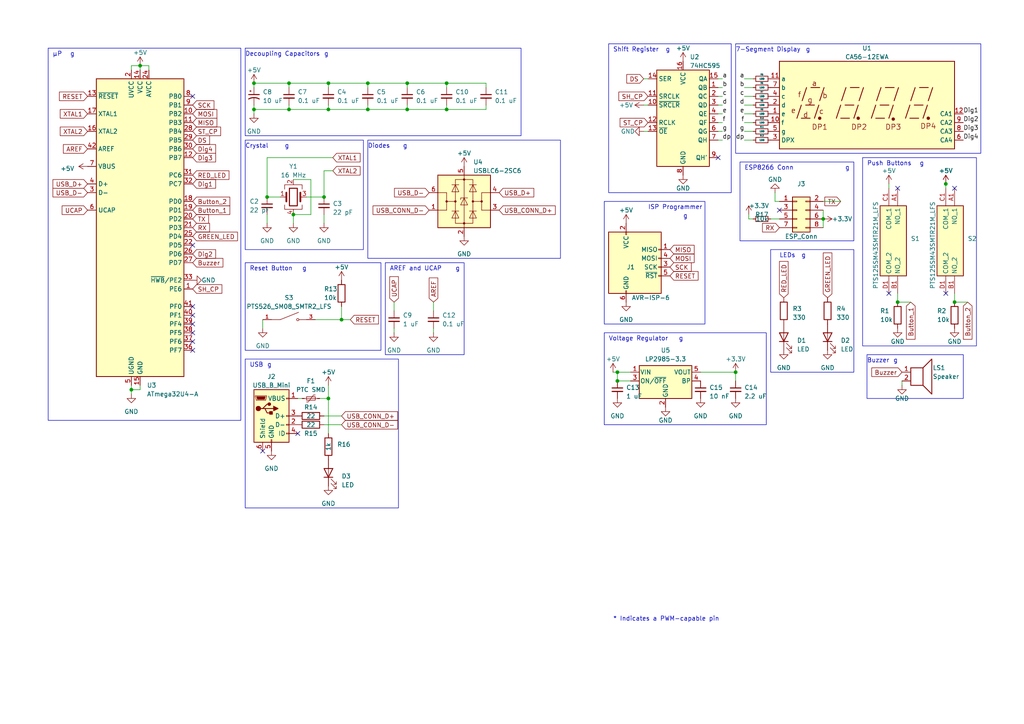
<source format=kicad_sch>
(kicad_sch (version 20230121) (generator eeschema)
  (paper "A4")
  (title_block (title "Kitchen Timer") (date "mar. 31 mars 2015") (rev "1.0"))
  (lib_symbols
    (symbol "+5V_1" (power) (pin_names (offset 0))
      (property "Value" "+5V_1" (at 0 3.556 0))
      (symbol "+5V_1_1_1"
        (pin power_in line (at 0 0 90) (length 0) hide (name "+5V") (number "1"))
      )
    )
    (symbol "74xx:74HC595"
      (property "Reference" "U" (at -7.62 13.97 0))
      (property "Value" "74HC595" (at -7.62 -16.51 0))
      (symbol "74HC595_1_0"
        (pin tri_state line (at 10.16 7.62 180) (length 2.54) (name "QB") (number "1"))
        (pin input line (at -10.16 2.54 0) (length 2.54) (name "~{SRCLR}") (number "10"))
        (pin input line (at -10.16 5.08 0) (length 2.54) (name "SRCLK") (number "11"))
        (pin input line (at -10.16 -2.54 0) (length 2.54) (name "RCLK") (number "12"))
        (pin input line (at -10.16 -5.08 0) (length 2.54) (name "~{OE}") (number "13"))
        (pin input line (at -10.16 10.16 0) (length 2.54) (name "SER") (number "14"))
        (pin tri_state line (at 10.16 10.16 180) (length 2.54) (name "QA") (number "15"))
        (pin power_in line (at 0 15.24 270) (length 2.54) (name "VCC") (number "16"))
        (pin tri_state line (at 10.16 5.08 180) (length 2.54) (name "QC") (number "2"))
        (pin tri_state line (at 10.16 2.54 180) (length 2.54) (name "QD") (number "3"))
        (pin tri_state line (at 10.16 0 180) (length 2.54) (name "QE") (number "4"))
        (pin tri_state line (at 10.16 -2.54 180) (length 2.54) (name "QF") (number "5"))
        (pin tri_state line (at 10.16 -5.08 180) (length 2.54) (name "QG") (number "6"))
        (pin tri_state line (at 10.16 -7.62 180) (length 2.54) (name "QH") (number "7"))
        (pin power_in line (at 0 -17.78 90) (length 2.54) (name "GND") (number "8"))
        (pin output line (at 10.16 -12.7 180) (length 2.54) (name "QH'") (number "9"))
      )
    )
    (symbol "Connector:AVR-ISP-6" (pin_names (offset 1.016))
      (property "Reference" "J" (at -6.35 11.43 0))
      (property "Value" "AVR-ISP-6" (at 0 11.43 0))
      (symbol "AVR-ISP-6_1_1"
        (pin passive line (at 10.16 5.08 180) (length 2.54) (name "MISO") (number "1"))
        (pin passive line (at -2.54 12.7 270) (length 2.54) (name "VCC") (number "2"))
        (pin passive line (at 10.16 0 180) (length 2.54) (name "SCK") (number "3"))
        (pin passive line (at 10.16 2.54 180) (length 2.54) (name "MOSI") (number "4"))
        (pin passive line (at 10.16 -2.54 180) (length 2.54) (name "~{RST}") (number "5"))
        (pin passive line (at -2.54 -10.16 90) (length 2.54) (name "GND") (number "6"))
      )
    )
    (symbol "Connector:USB_B_Mini" (pin_names (offset 1.016))
      (property "Reference" "J" (at -5.08 11.43 0))
      (property "Value" "USB_B_Mini" (at -5.08 8.89 0))
      (symbol "USB_B_Mini_1_1"
        (pin power_out line (at 7.62 5.08 180) (length 2.54) (name "VBUS") (number "1"))
        (pin bidirectional line (at 7.62 -2.54 180) (length 2.54) (name "D-") (number "2"))
        (pin bidirectional line (at 7.62 0 180) (length 2.54) (name "D+") (number "3"))
        (pin passive line (at 7.62 -5.08 180) (length 2.54) (name "ID") (number "4"))
        (pin power_out line (at 0 -10.16 90) (length 2.54) (name "GND") (number "5"))
        (pin passive line (at -2.54 -10.16 90) (length 2.54) (name "Shield") (number "6"))
      )
    )
    (symbol "Connector_Generic:Conn_02x04_Odd_Even" (pin_names (offset 1.016) hide)
      (property "Reference" "J" (at 1.27 5.08 0))
      (property "Value" "Conn_02x04_Odd_Even" (at 1.27 -7.62 0))
      (symbol "Conn_02x04_Odd_Even_1_1"
        (pin passive line (at -5.08 2.54 0) (length 3.81) (name "Pin_1") (number "1"))
        (pin passive line (at 7.62 2.54 180) (length 3.81) (name "Pin_2") (number "2"))
        (pin passive line (at -5.08 0 0) (length 3.81) (name "Pin_3") (number "3"))
        (pin passive line (at 7.62 0 180) (length 3.81) (name "Pin_4") (number "4"))
        (pin passive line (at -5.08 -2.54 0) (length 3.81) (name "Pin_5") (number "5"))
        (pin passive line (at 7.62 -2.54 180) (length 3.81) (name "Pin_6") (number "6"))
        (pin passive line (at -5.08 -5.08 0) (length 3.81) (name "Pin_7") (number "7"))
        (pin passive line (at 7.62 -5.08 180) (length 3.81) (name "Pin_8") (number "8"))
      )
    )
    (symbol "Device:C_Polarized_Small_US" (pin_numbers hide) (pin_names (offset 0.254) hide)
      (property "Reference" "C" (at 0.254 1.778 0))
      (property "Value" "C_Polarized_Small_US" (at 0.254 -2.032 0))
      (symbol "C_Polarized_Small_US_1_1"
        (pin passive line (at 0 2.54 270) (length 2.032) (name "~") (number "1"))
        (pin passive line (at 0 -2.54 90) (length 2.032) (name "~") (number "2"))
      )
    )
    (symbol "Device:C_Small" (pin_numbers hide) (pin_names (offset 0.254) hide)
      (property "Reference" "C" (at 0.254 1.778 0))
      (property "Value" "C_Small" (at 0.254 -2.032 0))
      (symbol "C_Small_1_1"
        (pin passive line (at 0 2.54 270) (length 2.032) (name "~") (number "1"))
        (pin passive line (at 0 -2.54 90) (length 2.032) (name "~") (number "2"))
      )
    )
    (symbol "Device:Crystal_GND24" (pin_names (offset 1.016) hide)
      (property "Reference" "Y" (at 3.175 5.08 0))
      (property "Value" "Crystal_GND24" (at 3.175 3.175 0))
      (symbol "Crystal_GND24_1_1"
        (pin passive line (at -3.81 0 0) (length 1.27) (name "1") (number "1"))
        (pin passive line (at 0 5.08 270) (length 1.27) (name "2") (number "2"))
        (pin passive line (at 3.81 0 180) (length 1.27) (name "3") (number "3"))
        (pin passive line (at 0 -5.08 90) (length 1.27) (name "4") (number "4"))
      )
    )
    (symbol "Device:LED" (pin_numbers hide) (pin_names (offset 1.016) hide)
      (property "Reference" "D" (at 0 2.54 0))
      (property "Value" "LED" (at 0 -2.54 0))
      (symbol "LED_1_1"
        (pin passive line (at -3.81 0 0) (length 2.54) (name "K") (number "1"))
        (pin passive line (at 3.81 0 180) (length 2.54) (name "A") (number "2"))
      )
    )
    (symbol "Device:Polyfuse_Small" (pin_numbers hide) (pin_names (offset 0))
      (property "Reference" "F" (at -1.905 0 90))
      (property "Value" "Polyfuse_Small" (at 1.905 0 90))
      (symbol "Polyfuse_Small_1_1"
        (pin passive line (at 0 2.54 270) (length 0.635) (name "~") (number "1"))
        (pin passive line (at 0 -2.54 90) (length 0.635) (name "~") (number "2"))
      )
    )
    (symbol "Device:R" (pin_numbers hide) (pin_names (offset 0))
      (property "Reference" "R" (at 2.032 0 90))
      (property "Value" "R" (at 0 0 90))
      (symbol "R_1_1"
        (pin passive line (at 0 3.81 270) (length 1.27) (name "~") (number "1"))
        (pin passive line (at 0 -3.81 90) (length 1.27) (name "~") (number "2"))
      )
    )
    (symbol "Device:R_Small" (pin_numbers hide) (pin_names (offset 0.254) hide)
      (property "Reference" "R" (at 0.762 0.508 0))
      (property "Value" "R_Small" (at 0.762 -1.016 0))
      (symbol "R_Small_1_1"
        (pin passive line (at 0 2.54 270) (length 0.762) (name "~") (number "1"))
        (pin passive line (at 0 -2.54 90) (length 0.762) (name "~") (number "2"))
      )
    )
    (symbol "Device:Speaker" (pin_names (offset 0) hide)
      (property "Reference" "LS" (at 1.27 5.715 0))
      (property "Value" "Speaker" (at 1.27 3.81 0))
      (symbol "Speaker_1_1"
        (pin input line (at -5.08 0 0) (length 2.54) (name "1") (number "1"))
        (pin input line (at -5.08 -2.54 0) (length 2.54) (name "2") (number "2"))
      )
    )
    (symbol "Display_Character:CA56-12EWA"
      (property "Reference" "U" (at -24.13 13.97 0))
      (property "Value" "CA56-12EWA" (at 19.05 13.97 0))
      (symbol "CA56-12EWA_0_0"
        (text "a" (at -15.24 6.35 0) (effects (font (size 1.524 1.524))))
        (text "b" (at -12.192 2.794 0) (effects (font (size 1.524 1.524))))
        (text "c" (at -13.208 -1.778 0) (effects (font (size 1.524 1.524))))
        (text "d" (at -17.78 -2.794 0) (effects (font (size 1.524 1.524))))
        (text "DP1" (at -13.716 -6.35 0) (effects (font (size 1.524 1.524))))
        (text "DP2" (at -2.286 -6.35 0) (effects (font (size 1.524 1.524))))
        (text "DP3" (at 7.62 -6.35 0) (effects (font (size 1.524 1.524))))
        (text "DP4" (at 17.78 -6.096 0) (effects (font (size 1.524 1.524))))
        (text "e" (at -21.336 -1.524 0) (effects (font (size 1.524 1.524))))
        (text "f" (at -19.558 3.048 0) (effects (font (size 1.524 1.524))))
        (text "g" (at -16.51 1.524 0) (effects (font (size 1.524 1.524))))
      )
      (symbol "CA56-12EWA_1_1"
        (pin input line (at -27.94 -2.54 0) (length 2.54) (name "e") (number "1"))
        (pin input line (at -27.94 -5.08 0) (length 2.54) (name "f") (number "10"))
        (pin input line (at -27.94 7.62 0) (length 2.54) (name "a") (number "11"))
        (pin input line (at 27.94 -2.54 180) (length 2.54) (name "CA1") (number "12"))
        (pin input line (at -27.94 0 0) (length 2.54) (name "d") (number "2"))
        (pin input line (at -27.94 -10.16 0) (length 2.54) (name "DPX") (number "3"))
        (pin input line (at -27.94 2.54 0) (length 2.54) (name "c") (number "4"))
        (pin input line (at -27.94 -7.62 0) (length 2.54) (name "g") (number "5"))
        (pin input line (at 27.94 -10.16 180) (length 2.54) (name "CA4") (number "6"))
        (pin input line (at -27.94 5.08 0) (length 2.54) (name "b") (number "7"))
        (pin input line (at 27.94 -7.62 180) (length 2.54) (name "CA3") (number "8"))
        (pin input line (at 27.94 -5.08 180) (length 2.54) (name "CA2") (number "9"))
      )
    )
    (symbol "GND_1" (power) (pin_names (offset 0))
      (property "Value" "GND_1" (at 0 -3.81 0))
      (symbol "GND_1_1_1"
        (pin power_in line (at 0 0 270) (length 0) hide (name "GND") (number "1"))
      )
    )
    (symbol "GND_2" (power) (pin_names (offset 0))
      (property "Value" "GND_2" (at 0 -3.81 0))
      (symbol "GND_2_1_1"
        (pin power_in line (at 0 0 270) (length 0) hide (name "GND") (number "1"))
      )
    )
    (symbol "GND_3" (power) (pin_names (offset 0))
      (property "Value" "GND_3" (at 0 -3.81 0))
      (symbol "GND_3_1_1"
        (pin power_in line (at 0 0 270) (length 0) hide (name "GND") (number "1"))
      )
    )
    (symbol "MCU_Microchip_ATmega:ATmega32U4-A"
      (property "Reference" "U" (at -12.7 44.45 0))
      (property "Value" "ATmega32U4-A" (at 2.54 -44.45 0))
      (symbol "ATmega32U4-A_1_1"
        (pin bidirectional line (at 15.24 -17.78 180) (length 2.54) (name "PE6") (number "1"))
        (pin bidirectional line (at 15.24 33.02 180) (length 2.54) (name "PB2") (number "10"))
        (pin bidirectional line (at 15.24 30.48 180) (length 2.54) (name "PB3") (number "11"))
        (pin bidirectional line (at 15.24 20.32 180) (length 2.54) (name "PB7") (number "12"))
        (pin input line (at -15.24 38.1 0) (length 2.54) (name "~{RESET}") (number "13"))
        (pin power_in line (at 0 45.72 270) (length 2.54) (name "VCC") (number "14"))
        (pin power_in line (at 0 -45.72 90) (length 2.54) (name "GND") (number "15"))
        (pin output line (at -15.24 27.94 0) (length 2.54) (name "XTAL2") (number "16"))
        (pin input line (at -15.24 33.02 0) (length 2.54) (name "XTAL1") (number "17"))
        (pin bidirectional line (at 15.24 7.62 180) (length 2.54) (name "PD0") (number "18"))
        (pin bidirectional line (at 15.24 5.08 180) (length 2.54) (name "PD1") (number "19"))
        (pin power_in line (at -2.54 45.72 270) (length 2.54) (name "UVCC") (number "2"))
        (pin bidirectional line (at 15.24 2.54 180) (length 2.54) (name "PD2") (number "20"))
        (pin bidirectional line (at 15.24 0 180) (length 2.54) (name "PD3") (number "21"))
        (pin bidirectional line (at 15.24 -5.08 180) (length 2.54) (name "PD5") (number "22"))
        (pin passive line (at 0 -45.72 90) (length 2.54) hide (name "GND") (number "23"))
        (pin power_in line (at 2.54 45.72 270) (length 2.54) (name "AVCC") (number "24"))
        (pin bidirectional line (at 15.24 -2.54 180) (length 2.54) (name "PD4") (number "25"))
        (pin bidirectional line (at 15.24 -7.62 180) (length 2.54) (name "PD6") (number "26"))
        (pin bidirectional line (at 15.24 -10.16 180) (length 2.54) (name "PD7") (number "27"))
        (pin bidirectional line (at 15.24 27.94 180) (length 2.54) (name "PB4") (number "28"))
        (pin bidirectional line (at 15.24 25.4 180) (length 2.54) (name "PB5") (number "29"))
        (pin bidirectional line (at -15.24 10.16 0) (length 2.54) (name "D-") (number "3"))
        (pin bidirectional line (at 15.24 22.86 180) (length 2.54) (name "PB6") (number "30"))
        (pin bidirectional line (at 15.24 15.24 180) (length 2.54) (name "PC6") (number "31"))
        (pin bidirectional line (at 15.24 12.7 180) (length 2.54) (name "PC7") (number "32"))
        (pin bidirectional line (at 15.24 -15.24 180) (length 2.54) (name "~{HWB}/PE2") (number "33"))
        (pin passive line (at 0 45.72 270) (length 2.54) hide (name "VCC") (number "34"))
        (pin passive line (at 0 -45.72 90) (length 2.54) hide (name "GND") (number "35"))
        (pin bidirectional line (at 15.24 -35.56 180) (length 2.54) (name "PF7") (number "36"))
        (pin bidirectional line (at 15.24 -33.02 180) (length 2.54) (name "PF6") (number "37"))
        (pin bidirectional line (at 15.24 -30.48 180) (length 2.54) (name "PF5") (number "38"))
        (pin bidirectional line (at 15.24 -27.94 180) (length 2.54) (name "PF4") (number "39"))
        (pin bidirectional line (at -15.24 12.7 0) (length 2.54) (name "D+") (number "4"))
        (pin bidirectional line (at 15.24 -25.4 180) (length 2.54) (name "PF1") (number "40"))
        (pin bidirectional line (at 15.24 -22.86 180) (length 2.54) (name "PF0") (number "41"))
        (pin passive line (at -15.24 22.86 0) (length 2.54) (name "AREF") (number "42"))
        (pin passive line (at 0 -45.72 90) (length 2.54) hide (name "GND") (number "43"))
        (pin passive line (at 2.54 45.72 270) (length 2.54) hide (name "AVCC") (number "44"))
        (pin passive line (at -2.54 -45.72 90) (length 2.54) (name "UGND") (number "5"))
        (pin passive line (at -15.24 5.08 0) (length 2.54) (name "UCAP") (number "6"))
        (pin input line (at -15.24 17.78 0) (length 2.54) (name "VBUS") (number "7"))
        (pin bidirectional line (at 15.24 38.1 180) (length 2.54) (name "PB0") (number "8"))
        (pin bidirectional line (at 15.24 35.56 180) (length 2.54) (name "PB1") (number "9"))
      )
    )
    (symbol "PTS125_SMD_Button:PTS125SM43SMTR21M_LFS"
      (property "Reference" "S" (at 26.67 7.62 0))
      (property "Value" "PTS125SM43SMTR21M_LFS" (at 26.67 5.08 0))
      (symbol "PTS125SM43SMTR21M_LFS_1_1"
        (pin passive line (at 0 0 0) (length 5.08) (name "NO_1") (number "A1"))
        (pin passive line (at 30.48 0 180) (length 5.08) (name "NO_2") (number "B1"))
        (pin passive line (at 0 -2.54 0) (length 5.08) (name "COM_1") (number "C1"))
        (pin passive line (at 30.48 -2.54 180) (length 5.08) (name "COM_2") (number "D1"))
      )
    )
    (symbol "PTS526_SMD_Button:PTS526_SM08_SMTR2_LFS" (pin_names (offset 1.016))
      (property "Reference" "S" (at -2.54 2.54 0))
      (property "Value" "PTS526_SM08_SMTR2_LFS" (at -2.54 -2.54 0))
      (symbol "PTS526_SM08_SMTR2_LFS_0_0"
        (pin passive line (at -7.62 0 0) (length 2.54) (name "~") (number "1"))
        (pin passive line (at 7.62 0 180) (length 2.54) (name "~") (number "3"))
      )
    )
    (symbol "Power_Protection:USBLC6-2SC6" (pin_names hide)
      (property "Reference" "U" (at 2.54 8.89 0))
      (property "Value" "USBLC6-2SC6" (at 2.54 -8.89 0))
      (symbol "USBLC6-2SC6_1_1"
        (pin passive line (at -10.16 -2.54 0) (length 2.54) (name "I/O1") (number "1"))
        (pin passive line (at 0 -10.16 90) (length 2.54) (name "GND") (number "2"))
        (pin passive line (at 10.16 -2.54 180) (length 2.54) (name "I/O2") (number "3"))
        (pin passive line (at 10.16 2.54 180) (length 2.54) (name "I/O2") (number "4"))
        (pin passive line (at 0 10.16 270) (length 2.54) (name "VBUS") (number "5"))
        (pin passive line (at -10.16 2.54 0) (length 2.54) (name "I/O1") (number "6"))
      )
    )
    (symbol "Regulator_Linear:LP2985-3.3" (pin_names (offset 0.254))
      (property "Reference" "U" (at -6.35 5.715 0))
      (property "Value" "LP2985-3.3" (at 0 5.715 0))
      (symbol "LP2985-3.3_1_1"
        (pin power_in line (at -10.16 2.54 0) (length 2.54) (name "VIN") (number "1"))
        (pin power_in line (at 0 -7.62 90) (length 2.54) (name "GND") (number "2"))
        (pin input line (at -10.16 0 0) (length 2.54) (name "ON/~{OFF}") (number "3"))
        (pin input line (at 10.16 0 180) (length 2.54) (name "BP") (number "4"))
        (pin power_out line (at 10.16 2.54 180) (length 2.54) (name "VOUT") (number "5"))
      )
    )
    (symbol "power:+3.3V" (power) (pin_names (offset 0))
      (property "Value" "+3.3V" (at 0 3.556 0))
      (symbol "+3.3V_1_1"
        (pin power_in line (at 0 0 90) (length 0) hide (name "+3.3V") (number "1"))
      )
    )
    (symbol "power:+5V" (power) (pin_names (offset 0))
      (property "Value" "+5V" (at 0 3.556 0))
      (symbol "+5V_1_1"
        (pin power_in line (at 0 0 90) (length 0) hide (name "+5V") (number "1"))
      )
    )
    (symbol "power:GND" (power) (pin_names (offset 0))
      (property "Value" "GND" (at 0 -3.81 0))
      (symbol "GND_1_1"
        (pin power_in line (at 0 0 270) (length 0) hide (name "GND") (number "1"))
      )
    )
  )
  (junction (at 83.82 31.75))
  (junction (at 40.64 19.05))
  (junction (at 106.68 31.75))
  (junction (at 99.06 92.71))
  (junction (at 93.98 57.15))
  (junction (at 179.07 107.95))
  (junction (at 95.25 115.57))
  (junction (at 85.09 62.23))
  (junction (at 179.07 110.49))
  (junction (at 129.54 24.13))
  (junction (at 106.68 24.13))
  (junction (at 95.25 24.13))
  (junction (at 38.1 113.03))
  (junction (at 83.82 24.13))
  (junction (at 73.66 24.13))
  (junction (at 274.32 53.34))
  (junction (at 118.11 24.13))
  (junction (at 118.11 31.75))
  (junction (at 73.66 31.75))
  (junction (at 238.76 63.5))
  (junction (at 129.54 31.75))
  (junction (at 213.36 107.95))
  (junction (at 276.86 87.63))
  (junction (at 77.47 57.15))
  (junction (at 260.35 87.63))
  (junction (at 95.25 31.75))
  (no_connect (at 208.28 45.72))
  (no_connect (at 55.88 71.12))
  (no_connect (at 226.06 60.96))
  (no_connect (at 55.88 27.94))
  (no_connect (at 276.86 54.61))
  (no_connect (at 274.32 85.09))
  (no_connect (at 55.88 96.52))
  (no_connect (at 260.35 54.61))
  (no_connect (at 55.88 99.06))
  (no_connect (at 257.81 85.09))
  (no_connect (at 55.88 101.6))
  (no_connect (at 55.88 91.44))
  (no_connect (at 55.88 93.98))
  (no_connect (at 76.2 130.81))
  (no_connect (at 55.88 88.9))
  (no_connect (at 86.36 125.73))
  (wire (pts (xy 38.1 19.05) (xy 38.1 20.32)))
  (wire (pts (xy 93.98 62.23) (xy 93.98 64.77)))
  (wire (pts (xy 179.07 110.49) (xy 182.88 110.49)))
  (wire (pts (xy 208.28 30.48) (xy 209.55 30.48)))
  (wire (pts (xy 38.1 113.03) (xy 38.1 114.3)))
  (wire (pts (xy 276.86 87.63) (xy 280.67 87.63)))
  (wire (pts (xy 215.9 22.86) (xy 218.44 22.86)))
  (wire (pts (xy 118.11 31.75) (xy 129.54 31.75)))
  (wire (pts (xy 257.81 53.34) (xy 257.81 54.61)))
  (wire (pts (xy 215.9 40.64) (xy 218.44 40.64)))
  (wire (pts (xy 215.9 35.56) (xy 218.44 35.56)))
  (wire (pts (xy 73.66 31.75) (xy 73.66 33.02)))
  (wire (pts (xy 106.68 24.13) (xy 106.68 25.4)))
  (wire (pts (xy 95.25 115.57) (xy 92.71 115.57)))
  (wire (pts (xy 73.66 24.13) (xy 83.82 24.13)))
  (wire (pts (xy 38.1 19.05) (xy 40.64 19.05)))
  (wire (pts (xy 238.76 63.5) (xy 238.76 66.04)))
  (wire (pts (xy 96.52 49.53) (xy 93.98 49.53)))
  (wire (pts (xy 38.1 111.76) (xy 38.1 113.03)))
  (wire (pts (xy 76.2 92.71) (xy 76.2 95.25)))
  (wire (pts (xy 93.98 49.53) (xy 93.98 57.15)))
  (wire (pts (xy 186.69 30.48) (xy 187.96 30.48)))
  (wire (pts (xy 87.63 115.57) (xy 86.36 115.57)))
  (wire (pts (xy 208.28 33.02) (xy 209.55 33.02)))
  (wire (pts (xy 106.68 24.13) (xy 118.11 24.13)))
  (wire (pts (xy 129.54 24.13) (xy 129.54 25.4)))
  (wire (pts (xy 99.06 120.65) (xy 93.98 120.65)))
  (wire (pts (xy 83.82 24.13) (xy 83.82 25.4)))
  (wire (pts (xy 40.64 111.76) (xy 40.64 113.03)))
  (wire (pts (xy 43.18 19.05) (xy 40.64 19.05)))
  (wire (pts (xy 186.69 38.1) (xy 187.96 38.1)))
  (wire (pts (xy 73.66 31.75) (xy 83.82 31.75)))
  (wire (pts (xy 40.64 113.03) (xy 38.1 113.03)))
  (wire (pts (xy 208.28 40.64) (xy 209.55 40.64)))
  (wire (pts (xy 224.79 55.88) (xy 224.79 58.42)))
  (wire (pts (xy 274.32 53.34) (xy 274.32 54.61)))
  (wire (pts (xy 99.06 88.9) (xy 99.06 92.71)))
  (wire (pts (xy 114.3 87.63) (xy 114.3 90.17)))
  (wire (pts (xy 129.54 31.75) (xy 140.97 31.75)))
  (wire (pts (xy 95.25 31.75) (xy 106.68 31.75)))
  (wire (pts (xy 83.82 24.13) (xy 95.25 24.13)))
  (wire (pts (xy 118.11 30.48) (xy 118.11 31.75)))
  (wire (pts (xy 261.62 111.76) (xy 261.62 110.49)))
  (wire (pts (xy 179.07 107.95) (xy 182.88 107.95)))
  (wire (pts (xy 95.25 111.76) (xy 95.25 115.57)))
  (wire (pts (xy 208.28 22.86) (xy 209.55 22.86)))
  (wire (pts (xy 96.52 45.72) (xy 77.47 45.72)))
  (wire (pts (xy 95.25 31.75) (xy 83.82 31.75)))
  (wire (pts (xy 99.06 92.71) (xy 101.6 92.71)))
  (wire (pts (xy 95.25 24.13) (xy 106.68 24.13)))
  (wire (pts (xy 215.9 30.48) (xy 218.44 30.48)))
  (wire (pts (xy 208.28 25.4) (xy 209.55 25.4)))
  (wire (pts (xy 106.68 30.48) (xy 106.68 31.75)))
  (wire (pts (xy 243.84 58.42) (xy 238.76 58.42)))
  (wire (pts (xy 186.69 22.86) (xy 187.96 22.86)))
  (wire (pts (xy 215.9 38.1) (xy 218.44 38.1)))
  (wire (pts (xy 85.09 62.23) (xy 90.17 62.23)))
  (wire (pts (xy 203.2 107.95) (xy 213.36 107.95)))
  (wire (pts (xy 95.25 24.13) (xy 95.25 25.4)))
  (wire (pts (xy 90.17 52.07) (xy 90.17 62.23)))
  (wire (pts (xy 85.09 62.23) (xy 85.09 64.77)))
  (wire (pts (xy 43.18 19.05) (xy 43.18 20.32)))
  (wire (pts (xy 91.44 92.71) (xy 99.06 92.71)))
  (wire (pts (xy 95.25 30.48) (xy 95.25 31.75)))
  (wire (pts (xy 40.64 19.05) (xy 40.64 20.32)))
  (wire (pts (xy 140.97 24.13) (xy 140.97 25.4)))
  (wire (pts (xy 260.35 87.63) (xy 260.35 85.09)))
  (wire (pts (xy 208.28 27.94) (xy 209.55 27.94)))
  (wire (pts (xy 218.44 63.5) (xy 217.17 63.5)))
  (wire (pts (xy 77.47 45.72) (xy 77.47 57.15)))
  (wire (pts (xy 88.9 57.15) (xy 93.98 57.15)))
  (wire (pts (xy 118.11 24.13) (xy 129.54 24.13)))
  (wire (pts (xy 264.16 87.63) (xy 260.35 87.63)))
  (wire (pts (xy 118.11 24.13) (xy 118.11 25.4)))
  (wire (pts (xy 129.54 24.13) (xy 140.97 24.13)))
  (wire (pts (xy 95.25 125.73) (xy 95.25 115.57)))
  (wire (pts (xy 125.73 95.25) (xy 125.73 96.52)))
  (wire (pts (xy 215.9 25.4) (xy 218.44 25.4)))
  (wire (pts (xy 129.54 30.48) (xy 129.54 31.75)))
  (wire (pts (xy 179.07 107.95) (xy 179.07 110.49)))
  (wire (pts (xy 83.82 30.48) (xy 83.82 31.75)))
  (wire (pts (xy 215.9 27.94) (xy 218.44 27.94)))
  (wire (pts (xy 213.36 107.95) (xy 213.36 110.49)))
  (wire (pts (xy 77.47 57.15) (xy 81.28 57.15)))
  (wire (pts (xy 125.73 87.63) (xy 125.73 90.17)))
  (wire (pts (xy 99.06 123.19) (xy 93.98 123.19)))
  (wire (pts (xy 238.76 60.96) (xy 238.76 63.5)))
  (wire (pts (xy 224.79 58.42) (xy 226.06 58.42)))
  (wire (pts (xy 140.97 31.75) (xy 140.97 30.48)))
  (wire (pts (xy 276.86 85.09) (xy 276.86 87.63)))
  (wire (pts (xy 73.66 30.48) (xy 73.66 31.75)))
  (wire (pts (xy 208.28 35.56) (xy 209.55 35.56)))
  (wire (pts (xy 177.8 107.95) (xy 179.07 107.95)))
  (wire (pts (xy 217.17 63.5) (xy 217.17 62.23)))
  (wire (pts (xy 85.09 52.07) (xy 90.17 52.07)))
  (wire (pts (xy 114.3 95.25) (xy 114.3 96.52)))
  (wire (pts (xy 223.52 63.5) (xy 226.06 63.5)))
  (wire (pts (xy 215.9 33.02) (xy 218.44 33.02)))
  (wire (pts (xy 77.47 62.23) (xy 77.47 64.77)))
  (wire (pts (xy 73.66 24.13) (xy 73.66 25.4)))
  (wire (pts (xy 106.68 31.75) (xy 118.11 31.75)))
  (wire (pts (xy 208.28 38.1) (xy 209.55 38.1)))
  (rectangle (start 251.46 102.87) (end 279.4 115.57))
  (rectangle (start 71.12 40.64) (end 105.41 72.39))
  (rectangle (start 213.36 12.7) (end 284.48 44.45))
  (rectangle (start 71.12 13.97) (end 151.13 39.37))
  (rectangle (start 71.12 76.2) (end 110.49 101.6))
  (rectangle (start 214.63 46.99) (end 247.65 69.85))
  (rectangle (start 223.52 72.39) (end 247.65 107.95))
  (rectangle (start 250.19 45.72) (end 283.21 100.33))
  (rectangle (start 175.26 58.42) (end 204.47 93.98))
  (rectangle (start 106.68 40.64) (end 162.56 74.93))
  (rectangle (start 71.12 104.14) (end 115.57 147.32))
  (rectangle (start 111.76 76.2) (end 134.62 102.87))
  (rectangle (start 175.26 96.52) (end 222.25 123.19))
  (rectangle (start 176.53 12.7) (end 212.09 55.88))
  (rectangle (start 13.97 13.97) (end 69.85 121.92))
  (text "ISP Programmer" (at 187.96 60.96 0) (effects (font (size 1.27 1.27)) (justify left bottom)))
  (text "g" (at 245.11 49.53 0) (effects (font (size 1.27 1.27)) (justify left bottom)))
  (text "g\n" (at 132.08 78.74 0) (effects (font (size 1.27 1.27)) (justify left bottom)))
  (text "Voltage Regulator" (at 176.53 99.06 0) (effects (font (size 1.27 1.27)) (justify left bottom)))
  (text "USB" (at 72.39 106.68 0) (effects (font (size 1.27 1.27)) (justify left bottom)))
  (text "g" (at 93.98 16.51 0) (effects (font (size 1.27 1.27)) (justify left bottom)))
  (text "g" (at 20.32 16.51 0) (effects (font (size 1.27 1.27)) (justify left bottom)))
  (text "Diodes" (at 106.68 43.18 0) (effects (font (size 1.27 1.27)) (justify left bottom)))
  (text "g" (at 116.84 43.18 0) (effects (font (size 1.27 1.27)) (justify left bottom)))
  (text "AREF and UCAP" (at 113.03 78.74 0) (effects (font (size 1.27 1.27)) (justify left bottom)))
  (text "g" (at 259.08 105.41 0) (effects (font (size 1.27 1.27)) (justify left bottom)))
  (text "g" (at 232.41 74.93 0) (effects (font (size 1.27 1.27)) (justify left bottom)))
  (text "g" (at 193.04 15.24 0) (effects (font (size 1.27 1.27)) (justify left bottom)))
  (text "g" (at 82.55 43.18 0) (effects (font (size 1.27 1.27)) (justify left bottom)))
  (text "µP" (at 15.24 16.51 0) (effects (font (size 1.27 1.27)) (justify left bottom)))
  (text "LEDs" (at 226.06 74.93 0) (effects (font (size 1.27 1.27)) (justify left bottom)))
  (text "Push Buttons" (at 251.46 48.26 0) (effects (font (size 1.27 1.27)) (justify left bottom)))
  (text "g" (at 77.47 106.68 0) (effects (font (size 1.27 1.27)) (justify left bottom)))
  (text "g" (at 196.85 99.06 0) (effects (font (size 1.27 1.27)) (justify left bottom)))
  (text "Reset Button" (at 72.39 78.74 0) (effects (font (size 1.27 1.27)) (justify left bottom)))
  (text "Decoupling Capacitors" (at 71.12 16.51 0) (effects (font (size 1.27 1.27)) (justify left bottom)))
  (text "g" (at 266.7 48.26 0) (effects (font (size 1.27 1.27)) (justify left bottom)))
  (text "Shift Register" (at 177.8 15.24 0) (effects (font (size 1.27 1.27)) (justify left bottom)))
  (text "* Indicates a PWM-capable pin" (at 177.8 180.34 0) (effects (font (size 1.27 1.27)) (justify left bottom)))
  (text "g" (at 87.63 78.74 0) (effects (font (size 1.27 1.27)) (justify left bottom)))
  (text "Crystal" (at 71.12 43.18 0) (effects (font (size 1.27 1.27)) (justify left bottom)))
  (text "ESP8266 Conn" (at 215.9 49.53 0) (effects (font (size 1.27 1.27)) (justify left bottom)))
  (text "g" (at 198.12 63.5 0) (effects (font (size 1.27 1.27)) (justify left bottom)))
  (text "g" (at 233.68 15.24 0) (effects (font (size 1.27 1.27)) (justify left bottom)))
  (text "7-Segment Display" (at 213.36 15.24 0) (effects (font (size 1.27 1.27)) (justify left bottom)))
  (text "Buzzer" (at 251.46 105.41 0) (effects (font (size 1.27 1.27)) (justify left bottom)))
  (label "dp" (at 209.55 40.64 0))
  (label "f" (at 215.9 35.56 180))
  (label "Dig4" (at 279.4 40.64 0))
  (label "f" (at 209.55 35.56 0))
  (label "d" (at 215.9 30.48 180))
  (label "e" (at 215.9 33.02 180))
  (label "c" (at 215.9 27.94 180))
  (label "g" (at 209.55 38.1 0))
  (label "e" (at 209.55 33.02 0))
  (label "Dig3" (at 279.4 38.1 0))
  (label "Dig2" (at 279.4 35.56 0))
  (label "b" (at 215.9 25.4 180))
  (label "c" (at 209.55 27.94 0))
  (label "d" (at 209.55 30.48 0))
  (label "a" (at 215.9 22.86 180))
  (label "dp" (at 215.9 40.64 180))
  (label "g" (at 215.9 38.1 180))
  (label "b" (at 209.55 25.4 0))
  (label "a" (at 209.55 22.86 0))
  (label "Dig1" (at 279.4 33.02 0))
  (global_label "SH_CP" (shape input) (at 55.88 83.82 0) (property "Intersheetrefs" "${INTERSHEET_REFS}" (effects hide)))
  (global_label "DS" (shape input) (at 55.88 40.64 0) (property "Intersheetrefs" "${INTERSHEET_REFS}" (effects hide)))
  (global_label "GREEN_LED" (shape input) (at 240.03 86.36 90) (property "Intersheetrefs" "${INTERSHEET_REFS}" (effects hide)))
  (global_label "RED_LED" (shape input) (at 227.33 86.36 90) (property "Intersheetrefs" "${INTERSHEET_REFS}" (effects hide)))
  (global_label "RESET" (shape input) (at 101.6 92.71 0) (property "Intersheetrefs" "${INTERSHEET_REFS}" (effects hide)))
  (global_label "AREF" (shape input) (at 125.73 87.63 90) (property "Intersheetrefs" "${INTERSHEET_REFS}" (effects hide)))
  (global_label "TX" (shape input) (at 55.88 63.5 0) (property "Intersheetrefs" "${INTERSHEET_REFS}" (effects hide)))
  (global_label "Button_1" (shape input) (at 264.16 87.63 270) (property "Intersheetrefs" "${INTERSHEET_REFS}" (effects hide)))
  (global_label "USB_D+" (shape input) (at 144.78 55.88 0) (property "Intersheetrefs" "${INTERSHEET_REFS}" (effects hide)))
  (global_label "USB_CONN_D+" (shape input) (at 99.06 120.65 0) (property "Intersheetrefs" "${INTERSHEET_REFS}" (effects hide)))
  (global_label "ST_CP" (shape input) (at 187.96 35.56 180) (property "Intersheetrefs" "${INTERSHEET_REFS}" (effects hide)))
  (global_label "ST_CP" (shape input) (at 55.88 38.1 0) (property "Intersheetrefs" "${INTERSHEET_REFS}" (effects hide)))
  (global_label "Button_1" (shape input) (at 55.88 60.96 0) (property "Intersheetrefs" "${INTERSHEET_REFS}" (effects hide)))
  (global_label "AREF" (shape input) (at 25.4 43.18 180) (property "Intersheetrefs" "${INTERSHEET_REFS}" (effects hide)))
  (global_label "USB_D-" (shape input) (at 124.46 55.88 180) (property "Intersheetrefs" "${INTERSHEET_REFS}" (effects hide)))
  (global_label "MOSI" (shape input) (at 55.88 33.02 0) (property "Intersheetrefs" "${INTERSHEET_REFS}" (effects hide)))
  (global_label "UCAP" (shape input) (at 25.4 60.96 180) (property "Intersheetrefs" "${INTERSHEET_REFS}" (effects hide)))
  (global_label "Button_2" (shape input) (at 55.88 58.42 0) (property "Intersheetrefs" "${INTERSHEET_REFS}" (effects hide)))
  (global_label "USB_D+" (shape input) (at 25.4 53.34 180) (property "Intersheetrefs" "${INTERSHEET_REFS}" (effects hide)))
  (global_label "Dig3" (shape input) (at 55.88 45.72 0) (property "Intersheetrefs" "${INTERSHEET_REFS}" (effects hide)))
  (global_label "GREEN_LED" (shape input) (at 55.88 68.58 0) (property "Intersheetrefs" "${INTERSHEET_REFS}" (effects hide)))
  (global_label "XTAL2" (shape input) (at 96.52 49.53 0) (property "Intersheetrefs" "${INTERSHEET_REFS}" (effects hide)))
  (global_label "SCK" (shape input) (at 194.31 77.47 0) (property "Intersheetrefs" "${INTERSHEET_REFS}" (effects hide)))
  (global_label "SCK" (shape input) (at 55.88 30.48 0) (property "Intersheetrefs" "${INTERSHEET_REFS}" (effects hide)))
  (global_label "USB_CONN_D-" (shape input) (at 124.46 60.96 180) (property "Intersheetrefs" "${INTERSHEET_REFS}" (effects hide)))
  (global_label "TX" (shape input) (at 243.84 58.42 180) (property "Intersheetrefs" "${INTERSHEET_REFS}" (effects hide)))
  (global_label "RESET" (shape input) (at 194.31 80.01 0) (property "Intersheetrefs" "${INTERSHEET_REFS}" (effects hide)))
  (global_label "XTAL2" (shape input) (at 25.4 38.1 180) (property "Intersheetrefs" "${INTERSHEET_REFS}" (effects hide)))
  (global_label "MISO" (shape input) (at 194.31 72.39 0) (property "Intersheetrefs" "${INTERSHEET_REFS}" (effects hide)))
  (global_label "RESET" (shape input) (at 25.4 27.94 180) (property "Intersheetrefs" "${INTERSHEET_REFS}" (effects hide)))
  (global_label "XTAL1" (shape input) (at 96.52 45.72 0) (property "Intersheetrefs" "${INTERSHEET_REFS}" (effects hide)))
  (global_label "XTAL1" (shape input) (at 25.4 33.02 180) (property "Intersheetrefs" "${INTERSHEET_REFS}" (effects hide)))
  (global_label "MISO" (shape input) (at 55.88 35.56 0) (property "Intersheetrefs" "${INTERSHEET_REFS}" (effects hide)))
  (global_label "USB_CONN_D-" (shape input) (at 99.06 123.19 0) (property "Intersheetrefs" "${INTERSHEET_REFS}" (effects hide)))
  (global_label "RX" (shape input) (at 55.88 66.04 0) (property "Intersheetrefs" "${INTERSHEET_REFS}" (effects hide)))
  (global_label "DS" (shape input) (at 186.69 22.86 180) (property "Intersheetrefs" "${INTERSHEET_REFS}" (effects hide)))
  (global_label "Dig1" (shape input) (at 55.88 53.34 0) (property "Intersheetrefs" "${INTERSHEET_REFS}" (effects hide)))
  (global_label "SH_CP" (shape input) (at 187.96 27.94 180) (property "Intersheetrefs" "${INTERSHEET_REFS}" (effects hide)))
  (global_label "USB_CONN_D+" (shape input) (at 144.78 60.96 0) (property "Intersheetrefs" "${INTERSHEET_REFS}" (effects hide)))
  (global_label "Buzzer" (shape input) (at 55.88 76.2 0) (property "Intersheetrefs" "${INTERSHEET_REFS}" (effects hide)))
  (global_label "RX" (shape input) (at 226.06 66.04 180) (property "Intersheetrefs" "${INTERSHEET_REFS}" (effects hide)))
  (global_label "UCAP" (shape input) (at 114.3 87.63 90) (property "Intersheetrefs" "${INTERSHEET_REFS}" (effects hide)))
  (global_label "Button_2" (shape input) (at 280.67 87.63 270) (property "Intersheetrefs" "${INTERSHEET_REFS}" (effects hide)))
  (global_label "MOSI" (shape input) (at 194.31 74.93 0) (property "Intersheetrefs" "${INTERSHEET_REFS}" (effects hide)))
  (global_label "RED_LED" (shape input) (at 55.88 50.8 0) (property "Intersheetrefs" "${INTERSHEET_REFS}" (effects hide)))
  (global_label "Dig2" (shape input) (at 55.88 73.66 0) (property "Intersheetrefs" "${INTERSHEET_REFS}" (effects hide)))
  (global_label "Dig4" (shape input) (at 55.88 43.18 0) (property "Intersheetrefs" "${INTERSHEET_REFS}" (effects hide)))
  (global_label "Buzzer" (shape input) (at 261.62 107.95 180) (property "Intersheetrefs" "${INTERSHEET_REFS}" (effects hide)))
  (global_label "USB_D-" (shape input) (at 25.4 55.88 180) (property "Intersheetrefs" "${INTERSHEET_REFS}" (effects hide)))
  (symbol (lib_id "Device:C_Small") (at 83.82 27.94 0) (unit 1)
    (property "Reference" "C7" (at 86.36 26.67 0) (effects (justify left)))
    (property "Value" "0.1 uF" (at 86.36 29.21 0) (effects (justify left)))
    (property "Footprint" "Capacitor_SMD:C_0603_1608Metric" (effects hide))
  )
  (symbol (lib_id "Device:R_Small") (at 220.98 40.64 90) (unit 1)
    (property "Reference" "R12" (at 220.98 39.37 90) (effects (font (size 0.4 0.4))))
    (property "Value" "100" (at 220.98 40.64 90) (effects (font (size 0.5 0.5))))
    (property "Footprint" "Resistor_SMD:R_0805_2012Metric" (effects hide))
  )
  (symbol (lib_name "GND_2") (lib_id "power:GND") (at 198.12 50.8 0) (unit 1)
    (property "Reference" "#PWR013" (effects hide))
    (property "Value" "GND" (at 198.12 54.61 0))
  )
  (symbol (lib_id "Device:C_Polarized_Small_US") (at 73.66 27.94 0) (unit 1)
    (property "Reference" "C8" (at 76.2 26.67 0) (effects (justify left)))
    (property "Value" "10 uF" (at 76.2 29.21 0) (effects (justify left)))
    (property "Footprint" "Capacitor_SMD:C_0805_2012Metric" (effects hide))
  )
  (symbol (lib_id "Connector:USB_B_Mini") (at 78.74 120.65 0) (unit 1)
    (property "Reference" "J2" (at 78.74 109.22 0))
    (property "Value" "USB_B_Mini" (at 78.74 111.76 0))
    (property "Footprint" "Connector_USB:USB_Mini-B_Lumberg_2486_01_Horizontal" (effects hide))
  )
  (symbol (lib_id "power:+5V") (at 95.25 111.76 0) (unit 1)
    (property "Reference" "#PWR025" (effects hide))
    (property "Value" "+5V" (at 95.25 107.95 0))
  )
  (symbol (lib_id "Connector_Generic:Conn_02x04_Odd_Even") (at 231.14 60.96 0) (unit 1)
    (property "Reference" "J3" (at 232.41 53.34 0))
    (property "Value" "ESP_Conn" (at 232.41 68.58 0))
    (property "Footprint" "Connector_PinSocket_2.54mm:PinSocket_2x04_P2.54mm_Vertical" (effects hide))
  )
  (symbol (lib_id "Device:Polyfuse_Small") (at 90.17 115.57 90) (unit 1)
    (property "Reference" "F1" (at 90.17 110.49 90))
    (property "Value" "PTC SMD" (at 90.17 113.03 90))
    (property "Footprint" "Fuse:Fuse_1812_4532Metric" (effects hide))
  )
  (symbol (lib_name "GND_1") (lib_id "power:GND") (at 276.86 95.25 0) (unit 1)
    (property "Reference" "#PWR011" (effects hide))
    (property "Value" "GND" (at 276.86 99.06 0))
  )
  (symbol (lib_id "power:GND") (at 213.36 115.57 0) (unit 1)
    (property "Reference" "#PWR039" (effects hide))
    (property "Value" "GND" (at 213.36 120.65 0))
  )
  (symbol (lib_id "Device:R") (at 276.86 91.44 0) (unit 1)
    (property "Reference" "R2" (at 271.78 90.17 0) (effects (justify left)))
    (property "Value" "10k" (at 271.78 92.71 0) (effects (justify left)))
    (property "Footprint" "Resistor_SMD:R_0805_2012Metric" (effects hide))
  )
  (symbol (lib_id "Device:Crystal_GND24") (at 85.09 57.15 0) (unit 1)
    (property "Reference" "Y1" (at 85.09 48.26 0))
    (property "Value" "16 MHz" (at 85.09 50.8 0))
    (property "Footprint" "Crystal:Crystal_SMD_Abracon_ABM8G-4Pin_3.2x2.5mm" (effects hide))
  )
  (symbol (lib_name "+5V_1") (lib_id "power:+5V") (at 186.69 30.48 90) (unit 1)
    (property "Reference" "#PWR017" (effects hide))
    (property "Value" "+5V" (at 181.61 30.48 90))
  )
  (symbol (lib_id "Connector:AVR-ISP-6") (at 184.15 77.47 0) (unit 1)
    (property "Reference" "J1" (at 184.15 77.47 0) (effects (justify right)))
    (property "Value" "AVR-ISP-6" (at 194.31 86.36 0) (effects (justify right)))
    (property "Footprint" "Connector_PinSocket_2.54mm:PinSocket_2x03_P2.54mm_Vertical" (effects hide))
    (property "Datasheet" " ~" (effects hide))
  )
  (symbol (lib_id "power:+5V") (at 25.4 48.26 90) (unit 1)
    (property "Reference" "#PWR041" (effects hide))
    (property "Value" "+5V" (at 21.59 48.895 90) (effects (justify left)))
  )
  (symbol (lib_id "PTS125_SMD_Button:PTS125SM43SMTR21M_LFS") (at 260.35 54.61 270) (unit 1)
    (property "Reference" "S1" (at 264.16 69.215 90) (effects (justify left)))
    (property "Value" "PTS125SM43SMTR21M_LFS" (at 254 58.42 0) (effects (justify left)))
    (property "Footprint" "PTS125_SMD_Button:PTS125_SMD_Button" (effects hide))
    (property "Datasheet" "https://www.ckswitches.com/media/1462/pts125.pdf" (effects hide))
    (property "Height" "4.3" (effects hide))
    (property "Manufacturer_Name" "C & K COMPONENTS" (effects hide))
    (property "Manufacturer_Part_Number" "PTS125SM43SMTR21M LFS" (effects hide))
    (property "Mouser Part Number" "611-PTS125S43SMTRLFS" (effects hide))
    (property "Mouser Price/Stock" "https://www.mouser.co.uk/ProductDetail/CK/PTS125SM43SMTR21M-LFS?qs=t7xnP681wgUNXpRGJY2Vkw%3D%3D" (effects hide))
  )
  (symbol (lib_id "PTS526_SMD_Button:PTS526_SM08_SMTR2_LFS") (at 83.82 92.71 0) (unit 1)
    (property "Reference" "S3" (at 83.82 86.36 0))
    (property "Value" "PTS526_SM08_SMTR2_LFS" (at 83.82 88.9 0))
    (property "Footprint" "PTS526_SMD_Button:PTS526_SMD_Button" (effects hide))
    (property "STANDARD" "Manufacturer Recommendations" (effects hide))
    (property "MANUFACTURER" "C&K" (effects hide))
    (property "PARTREV" "20 mar 19" (effects hide))
    (property "MAXIMUM_PACKAGE_HEIGHT" "0.95mm" (effects hide))
  )
  (symbol (lib_id "power:+5V") (at 177.8 107.95 0) (unit 1)
    (property "Reference" "#PWR035" (effects hide))
    (property "Value" "+5V" (at 177.8 104.14 0))
  )
  (symbol (lib_id "Device:R") (at 260.35 91.44 0) (unit 1)
    (property "Reference" "R1" (at 255.27 90.17 0) (effects (justify left)))
    (property "Value" "10k" (at 255.27 92.71 0) (effects (justify left)))
    (property "Footprint" "Resistor_SMD:R_0805_2012Metric" (effects hide))
  )
  (symbol (lib_id "Device:C_Small") (at 114.3 92.71 0) (unit 1)
    (property "Reference" "C9" (at 116.84 91.44 0) (effects (justify left)))
    (property "Value" "1 uF" (at 116.84 93.98 0) (effects (justify left)))
    (property "Footprint" "Capacitor_SMD:C_0603_1608Metric" (effects hide))
  )
  (symbol (lib_id "Regulator_Linear:LP2985-3.3") (at 193.04 110.49 0) (unit 1)
    (property "Reference" "U5" (at 193.04 101.6 0))
    (property "Value" "LP2985-3.3" (at 193.04 104.14 0))
    (property "Footprint" "Package_TO_SOT_SMD:SOT-23-5" (effects hide))
    (property "Datasheet" "http://www.ti.com/lit/ds/symlink/lp2985.pdf" (effects hide))
  )
  (symbol (lib_id "Device:R_Small") (at 220.98 30.48 90) (unit 1)
    (property "Reference" "R8" (at 220.98 29.21 90) (effects (font (size 0.4 0.4))))
    (property "Value" "100" (at 220.98 30.48 90) (effects (font (size 0.5 0.5))))
    (property "Footprint" "Resistor_SMD:R_0805_2012Metric" (effects hide))
  )
  (symbol (lib_id "Power_Protection:USBLC6-2SC6") (at 134.62 58.42 0) (unit 1)
    (property "Reference" "U4" (at 137.2617 46.99 0) (effects (justify left)))
    (property "Value" "USBLC6-2SC6" (at 137.2617 49.53 0) (effects (justify left)))
    (property "Footprint" "Package_TO_SOT_SMD:SOT-23-6" (effects hide))
    (property "Datasheet" "https://www.st.com/resource/en/datasheet/usblc6-2.pdf" (effects hide))
  )
  (symbol (lib_id "Device:C_Small") (at 213.36 113.03 0) (unit 1)
    (property "Reference" "C14" (at 215.9 112.4013 0) (effects (justify left)))
    (property "Value" "2.2 uF" (at 215.9 114.9413 0) (effects (justify left)))
    (property "Footprint" "Capacitor_SMD:C_0603_1608Metric" (effects hide))
  )
  (symbol (lib_id "power:+3.3V") (at 213.36 107.95 0) (unit 1)
    (property "Reference" "#PWR036" (effects hide))
    (property "Value" "+3.3V" (at 213.36 104.14 0))
  )
  (symbol (lib_id "Device:C_Small") (at 77.47 59.69 0) (unit 1)
    (property "Reference" "C2" (at 72.39 58.42 0) (effects (justify left)))
    (property "Value" "22 pF" (at 72.39 60.96 0) (effects (justify left)))
    (property "Footprint" "Capacitor_SMD:C_0603_1608Metric" (effects hide))
  )
  (symbol (lib_id "Device:R") (at 99.06 85.09 0) (unit 1)
    (property "Reference" "R13" (at 93.98 83.82 0) (effects (justify left)))
    (property "Value" "10k" (at 93.98 86.36 0) (effects (justify left)))
    (property "Footprint" "Resistor_SMD:R_0603_1608Metric" (effects hide))
  )
  (symbol (lib_name "GND_1") (lib_id "power:GND") (at 261.62 111.76 0) (unit 1)
    (property "Reference" "#PWR012" (effects hide))
    (property "Value" "GND" (at 261.62 115.57 0))
  )
  (symbol (lib_id "Device:LED") (at 240.03 97.79 90) (unit 1)
    (property "Reference" "D2" (at 243.84 98.7425 90) (effects (justify right)))
    (property "Value" "LED" (at 243.84 101.2825 90) (effects (justify right)))
    (property "Footprint" "LED_SMD:LED_0805_2012Metric" (effects hide))
  )
  (symbol (lib_id "power:+5V") (at 181.61 64.77 0) (unit 1)
    (property "Reference" "#PWR029" (effects hide))
    (property "Value" "+5V" (at 181.61 60.96 0))
  )
  (symbol (lib_id "power:GND") (at 38.1 114.3 0) (unit 1)
    (property "Reference" "#PWR018" (effects hide))
    (property "Value" "GND" (at 38.1 119.38 0))
  )
  (symbol (lib_id "power:GND") (at 179.07 115.57 0) (unit 1)
    (property "Reference" "#PWR037" (effects hide))
    (property "Value" "GND" (at 179.07 120.65 0))
  )
  (symbol (lib_id "power:GND") (at 203.2 115.57 0) (unit 1)
    (property "Reference" "#PWR038" (effects hide))
    (property "Value" "GND" (at 203.2 120.65 0))
  )
  (symbol (lib_name "+5V_1") (lib_id "power:+5V") (at 257.81 53.34 0) (unit 1)
    (property "Reference" "#PWR08" (effects hide))
    (property "Value" "+5V" (at 257.81 49.53 0))
  )
  (symbol (lib_id "power:GND") (at 114.3 96.52 0) (unit 1)
    (property "Reference" "#PWR022" (effects hide))
    (property "Value" "GND" (at 114.3 101.6 0))
  )
  (symbol (lib_id "Device:C_Small") (at 106.68 27.94 0) (unit 1)
    (property "Reference" "C5" (at 109.22 26.67 0) (effects (justify left)))
    (property "Value" "0.1 uF" (at 109.22 29.21 0) (effects (justify left)))
    (property "Footprint" "Capacitor_SMD:C_0603_1608Metric" (effects hide))
  )
  (symbol (lib_id "power:GND") (at 193.04 118.11 0) (unit 1)
    (property "Reference" "#PWR034" (effects hide))
    (property "Value" "GND" (at 193.04 121.92 0))
  )
  (symbol (lib_id "power:GND") (at 95.25 140.97 0) (unit 1)
    (property "Reference" "#PWR026" (effects hide))
    (property "Value" "GND" (at 95.25 146.05 0))
  )
  (symbol (lib_id "Device:R") (at 227.33 90.17 0) (unit 1)
    (property "Reference" "R3" (at 229.87 89.535 0) (effects (justify left)))
    (property "Value" "330" (at 229.87 92.075 0) (effects (justify left)))
    (property "Footprint" "Resistor_SMD:R_0805_2012Metric" (effects hide))
  )
  (symbol (lib_name "GND_1") (lib_id "power:GND") (at 227.33 101.6 0) (unit 1)
    (property "Reference" "#PWR06" (effects hide))
    (property "Value" "GND" (at 227.33 106.68 0))
  )
  (symbol (lib_id "Device:R") (at 90.17 123.19 90) (unit 1)
    (property "Reference" "R15" (at 90.17 125.73 90))
    (property "Value" "22" (at 90.17 123.19 90))
    (property "Footprint" "Resistor_SMD:R_0603_1608Metric" (effects hide))
  )
  (symbol (lib_id "Device:R") (at 90.17 120.65 90) (unit 1)
    (property "Reference" "R14" (at 90.17 118.11 90))
    (property "Value" "22" (at 90.17 120.65 90))
    (property "Footprint" "Resistor_SMD:R_0603_1608Metric" (effects hide))
  )
  (symbol (lib_id "Display_Character:CA56-12EWA") (at 251.46 30.48 0) (unit 1)
    (property "Reference" "U1" (at 251.46 13.97 0))
    (property "Value" "CA56-12EWA" (at 251.46 16.51 0))
    (property "Footprint" "Display_7Segment:CA56-12EWA" (effects hide))
    (property "Datasheet" "http://www.kingbrightusa.com/images/catalog/SPEC/CA56-12EWA.pdf" (effects hide))
  )
  (symbol (lib_id "MCU_Microchip_ATmega:ATmega32U4-A") (at 40.64 66.04 0) (unit 1)
    (property "Reference" "U3" (at 42.5959 111.76 0) (effects (justify left)))
    (property "Value" "ATmega32U4-A" (at 42.5959 114.3 0) (effects (justify left)))
    (property "Footprint" "Package_QFP:TQFP-44_10x10mm_P0.8mm" (effects hide))
    (property "Datasheet" "http://ww1.microchip.com/downloads/en/DeviceDoc/Atmel-7766-8-bit-AVR-ATmega16U4-32U4_Datasheet.pdf" (effects hide))
  )
  (symbol (lib_name "GND_1") (lib_id "power:GND") (at 260.35 95.25 0) (unit 1)
    (property "Reference" "#PWR010" (effects hide))
    (property "Value" "GND" (at 260.35 99.06 0))
  )
  (symbol (lib_id "power:GND") (at 78.74 130.81 0) (unit 1)
    (property "Reference" "#PWR024" (effects hide))
    (property "Value" "GND" (at 78.74 135.89 0))
  )
  (symbol (lib_id "power:GND") (at 134.62 68.58 0) (unit 1)
    (property "Reference" "#PWR027" (effects hide))
    (property "Value" "GND" (at 134.62 73.66 0))
  )
  (symbol (lib_name "GND_1") (lib_id "power:GND") (at 240.03 101.6 0) (unit 1)
    (property "Reference" "#PWR07" (effects hide))
    (property "Value" "GND" (at 240.03 106.68 0))
  )
  (symbol (lib_id "power:GND") (at 224.79 55.88 180) (unit 1)
    (property "Reference" "#PWR033" (effects hide))
    (property "Value" "GND" (at 224.79 52.07 0))
  )
  (symbol (lib_name "+5V_1") (lib_id "power:+5V") (at 274.32 53.34 0) (unit 1)
    (property "Reference" "#PWR014" (effects hide))
    (property "Value" "+5V" (at 274.32 49.53 0))
  )
  (symbol (lib_name "+5V_1") (lib_id "power:+5V") (at 198.12 17.78 0) (unit 1)
    (property "Reference" "#PWR015" (effects hide))
    (property "Value" "+5V" (at 198.12 13.97 0))
  )
  (symbol (lib_id "Device:Speaker") (at 266.7 107.95 0) (unit 1)
    (property "Reference" "LS1" (at 270.51 106.68 0) (effects (justify left)))
    (property "Value" "Speaker" (at 270.51 109.22 0) (effects (justify left)))
    (property "Footprint" "Buzzer_Beeper:Buzzer_12x9.5RM7.6" (effects hide))
  )
  (symbol (lib_id "power:GND") (at 93.98 64.77 0) (unit 1)
    (property "Reference" "#PWR05" (effects hide))
    (property "Value" "GND" (at 93.98 69.85 0))
  )
  (symbol (lib_id "Device:LED") (at 227.33 97.79 90) (unit 1)
    (property "Reference" "D1" (at 231.14 98.7425 90) (effects (justify right)))
    (property "Value" "LED" (at 231.14 101.2825 90) (effects (justify right)))
    (property "Footprint" "LED_SMD:LED_0805_2012Metric" (effects hide))
  )
  (symbol (lib_id "Device:R") (at 240.03 90.17 0) (unit 1)
    (property "Reference" "R4" (at 242.57 89.535 0) (effects (justify left)))
    (property "Value" "330" (at 242.57 92.075 0) (effects (justify left)))
    (property "Footprint" "Resistor_SMD:R_0805_2012Metric" (effects hide))
  )
  (symbol (lib_id "Device:C_Small") (at 95.25 27.94 0) (unit 1)
    (property "Reference" "C4" (at 97.79 26.67 0) (effects (justify left)))
    (property "Value" "0.1 uF" (at 97.79 29.21 0) (effects (justify left)))
    (property "Footprint" "Capacitor_SMD:C_0603_1608Metric" (effects hide))
  )
  (symbol (lib_id "power:+3.3V") (at 238.76 63.5 270) (unit 1)
    (property "Reference" "#PWR031" (effects hide))
    (property "Value" "+3.3V" (at 241.3 63.5 90) (effects (justify left)))
  )
  (symbol (lib_id "power:+5V") (at 134.62 48.26 0) (unit 1)
    (property "Reference" "#PWR028" (effects hide))
    (property "Value" "+5V" (at 134.62 44.45 0))
  )
  (symbol (lib_id "Device:C_Small") (at 118.11 27.94 0) (unit 1)
    (property "Reference" "C6" (at 120.65 26.67 0) (effects (justify left)))
    (property "Value" "0.1 uF" (at 120.65 29.21 0) (effects (justify left)))
    (property "Footprint" "Capacitor_SMD:C_0603_1608Metric" (effects hide))
  )
  (symbol (lib_id "PTS125_SMD_Button:PTS125SM43SMTR21M_LFS") (at 276.86 54.61 270) (unit 1)
    (property "Reference" "S2" (at 280.67 69.215 90) (effects (justify left)))
    (property "Value" "PTS125SM43SMTR21M_LFS" (at 270.51 58.42 0) (effects (justify left)))
    (property "Footprint" "PTS125_SMD_Button:PTS125_SMD_Button" (effects hide))
    (property "Datasheet" "https://www.ckswitches.com/media/1462/pts125.pdf" (effects hide))
    (property "Height" "4.3" (effects hide))
    (property "Manufacturer_Name" "C & K COMPONENTS" (effects hide))
    (property "Manufacturer_Part_Number" "PTS125SM43SMTR21M LFS" (effects hide))
    (property "Mouser Part Number" "611-PTS125S43SMTRLFS" (effects hide))
    (property "Mouser Price/Stock" "https://www.mouser.co.uk/ProductDetail/CK/PTS125SM43SMTR21M-LFS?qs=t7xnP681wgUNXpRGJY2Vkw%3D%3D" (effects hide))
  )
  (symbol (lib_id "power:+5V") (at 40.64 19.05 0) (unit 1)
    (property "Reference" "#PWR019" (effects hide))
    (property "Value" "+5V" (at 40.64 15.24 0))
  )
  (symbol (lib_id "power:GND") (at 125.73 96.52 0) (unit 1)
    (property "Reference" "#PWR023" (effects hide))
    (property "Value" "GND" (at 125.73 101.6 0))
  )
  (symbol (lib_id "power:GND") (at 181.61 87.63 0) (unit 1)
    (property "Reference" "#PWR030" (effects hide))
    (property "Value" "GND" (at 181.61 92.71 0))
  )
  (symbol (lib_id "Device:R_Small") (at 220.98 27.94 90) (unit 1)
    (property "Reference" "R7" (at 220.98 26.67 90) (effects (font (size 0.4 0.4))))
    (property "Value" "100" (at 220.98 27.94 90) (effects (font (size 0.5 0.5))))
    (property "Footprint" "Resistor_SMD:R_0805_2012Metric" (effects hide))
  )
  (symbol (lib_id "power:GND") (at 73.66 33.02 0) (unit 1)
    (property "Reference" "#PWR021" (effects hide))
    (property "Value" "GND" (at 73.66 38.1 0))
  )
  (symbol (lib_id "Device:C_Small") (at 140.97 27.94 0) (unit 1)
    (property "Reference" "C11" (at 143.51 26.67 0) (effects (justify left)))
    (property "Value" "0.1 uF" (at 143.51 29.21 0) (effects (justify left)))
    (property "Footprint" "Capacitor_SMD:C_0603_1608Metric" (effects hide))
  )
  (symbol (lib_id "power:GND") (at 77.47 64.77 0) (unit 1)
    (property "Reference" "#PWR04" (effects hide))
    (property "Value" "GND" (at 77.47 69.85 0))
  )
  (symbol (lib_id "power:+5V") (at 99.06 81.28 0) (unit 1)
    (property "Reference" "#PWR02" (effects hide))
    (property "Value" "+5V" (at 99.06 77.47 0))
  )
  (symbol (lib_id "Device:R_Small") (at 220.98 22.86 90) (unit 1)
    (property "Reference" "R5" (at 220.98 21.59 90) (effects (font (size 0.4 0.4))))
    (property "Value" "100" (at 220.98 22.86 90) (effects (font (size 0.5 0.5))))
    (property "Footprint" "Resistor_SMD:R_0805_2012Metric" (effects hide))
  )
  (symbol (lib_id "Device:C_Small") (at 93.98 59.69 0) (unit 1)
    (property "Reference" "C3" (at 96.52 59.0613 0) (effects (justify left)))
    (property "Value" "22 pF" (at 96.52 61.6013 0) (effects (justify left)))
    (property "Footprint" "Capacitor_SMD:C_0603_1608Metric" (effects hide))
  )
  (symbol (lib_id "Device:R") (at 95.25 129.54 0) (unit 1)
    (property "Reference" "R16" (at 97.79 128.905 0) (effects (justify left)))
    (property "Value" "1k" (at 95.25 130.81 90) (effects (justify left)))
    (property "Footprint" "Resistor_SMD:R_0805_2012Metric" (effects hide))
  )
  (symbol (lib_id "power:+5V") (at 73.66 24.13 0) (unit 1)
    (property "Reference" "#PWR020" (effects hide))
    (property "Value" "+5V" (at 73.66 20.32 0))
  )
  (symbol (lib_id "Device:R_Small") (at 220.98 25.4 90) (unit 1)
    (property "Reference" "R6" (at 220.98 24.13 90) (effects (font (size 0.4 0.4))))
    (property "Value" "100" (at 220.98 25.4 90) (effects (font (size 0.5 0.5))))
    (property "Footprint" "Resistor_SMD:R_0805_2012Metric" (effects hide))
  )
  (symbol (lib_id "74xx:74HC595") (at 198.12 33.02 0) (unit 1)
    (property "Reference" "U2" (at 200.0759 16.51 0) (effects (justify left)))
    (property "Value" "74HC595" (at 200.0759 19.05 0) (effects (justify left)))
    (property "Footprint" "Package_SO:TSSOP-16_4.4x5mm_P0.65mm" (effects hide))
    (property "Datasheet" "http://www.ti.com/lit/ds/symlink/sn74hc595.pdf" (effects hide))
  )
  (symbol (lib_id "Device:R_Small") (at 220.98 33.02 90) (unit 1)
    (property "Reference" "R9" (at 220.98 31.75 90) (effects (font (size 0.4 0.4))))
    (property "Value" "100" (at 220.98 33.02 90) (effects (font (size 0.5 0.5))))
    (property "Footprint" "Resistor_SMD:R_0805_2012Metric" (effects hide))
  )
  (symbol (lib_id "power:GND") (at 85.09 64.77 0) (unit 1)
    (property "Reference" "#PWR03" (effects hide))
    (property "Value" "GND" (at 85.09 69.85 0))
  )
  (symbol (lib_id "Device:R_Small") (at 220.98 63.5 90) (unit 1)
    (property "Reference" "R17" (at 220.98 62.23 90))
    (property "Value" "10k" (at 220.98 63.5 90))
    (property "Footprint" "Resistor_SMD:R_0603_1608Metric" (effects hide))
  )
  (symbol (lib_id "power:GND") (at 55.88 81.28 90) (unit 1)
    (property "Reference" "#PWR040" (effects hide))
    (property "Value" "GND" (at 58.42 81.28 90) (effects (justify right)))
  )
  (symbol (lib_id "Device:C_Small") (at 129.54 27.94 0) (unit 1)
    (property "Reference" "C10" (at 132.08 26.67 0) (effects (justify left)))
    (property "Value" "0.1 uF" (at 132.08 29.21 0) (effects (justify left)))
    (property "Footprint" "Capacitor_SMD:C_0603_1608Metric" (effects hide))
  )
  (symbol (lib_id "Device:R_Small") (at 220.98 38.1 90) (unit 1)
    (property "Reference" "R11" (at 220.98 36.83 90) (effects (font (size 0.4 0.4))))
    (property "Value" "100" (at 220.98 38.1 90) (effects (font (size 0.5 0.5))))
    (property "Footprint" "Resistor_SMD:R_0805_2012Metric" (effects hide))
  )
  (symbol (lib_id "Device:C_Small") (at 125.73 92.71 0) (unit 1)
    (property "Reference" "C12" (at 128.27 91.44 0) (effects (justify left)))
    (property "Value" "0.1 uF" (at 128.27 93.98 0) (effects (justify left)))
    (property "Footprint" "Capacitor_SMD:C_0603_1608Metric" (effects hide))
  )
  (symbol (lib_id "Device:R_Small") (at 220.98 35.56 90) (unit 1)
    (property "Reference" "R10" (at 220.98 34.29 90) (effects (font (size 0.4 0.4))))
    (property "Value" "100" (at 220.98 35.56 90) (effects (font (size 0.5 0.5))))
    (property "Footprint" "Resistor_SMD:R_0805_2012Metric" (effects hide))
  )
  (symbol (lib_name "+5V_1") (lib_id "power:+5V") (at 274.32 53.34 0) (unit 1)
    (property "Reference" "#PWR09" (effects hide))
    (property "Value" "+5V" (at 274.32 49.53 0))
  )
  (symbol (lib_id "Device:LED") (at 95.25 137.16 90) (unit 1)
    (property "Reference" "D3" (at 99.06 138.1125 90) (effects (justify right)))
    (property "Value" "LED" (at 99.06 140.6525 90) (effects (justify right)))
    (property "Footprint" "LED_SMD:LED_0805_2012Metric" (effects hide))
  )
  (symbol (lib_id "Device:C_Small") (at 179.07 113.03 0) (unit 1)
    (property "Reference" "C13" (at 181.61 112.4013 0) (effects (justify left)))
    (property "Value" "1 uF" (at 181.61 114.9413 0) (effects (justify left)))
    (property "Footprint" "Capacitor_SMD:C_0603_1608Metric" (effects hide))
  )
  (symbol (lib_name "GND_3") (lib_id "power:GND") (at 186.69 38.1 270) (unit 1)
    (property "Reference" "#PWR016" (effects hide))
    (property "Value" "GND" (at 184.15 38.1 90) (effects (justify right)))
  )
  (symbol (lib_id "power:+3.3V") (at 217.17 62.23 0) (unit 1)
    (property "Reference" "#PWR032" (effects hide))
    (property "Value" "+3.3V" (at 217.17 59.69 0) (effects (justify left)))
  )
  (symbol (lib_id "Device:C_Small") (at 203.2 113.03 0) (unit 1)
    (property "Reference" "C15" (at 205.74 112.4013 0) (effects (justify left)))
    (property "Value" "10 nF" (at 205.74 114.9413 0) (effects (justify left)))
    (property "Footprint" "Capacitor_SMD:C_0603_1608Metric" (effects hide))
  )
  (symbol (lib_id "power:GND") (at 76.2 95.25 0) (unit 1)
    (property "Reference" "#PWR01" (effects hide))
    (property "Value" "GND" (at 76.2 100.33 0))
  )
)
</source>
